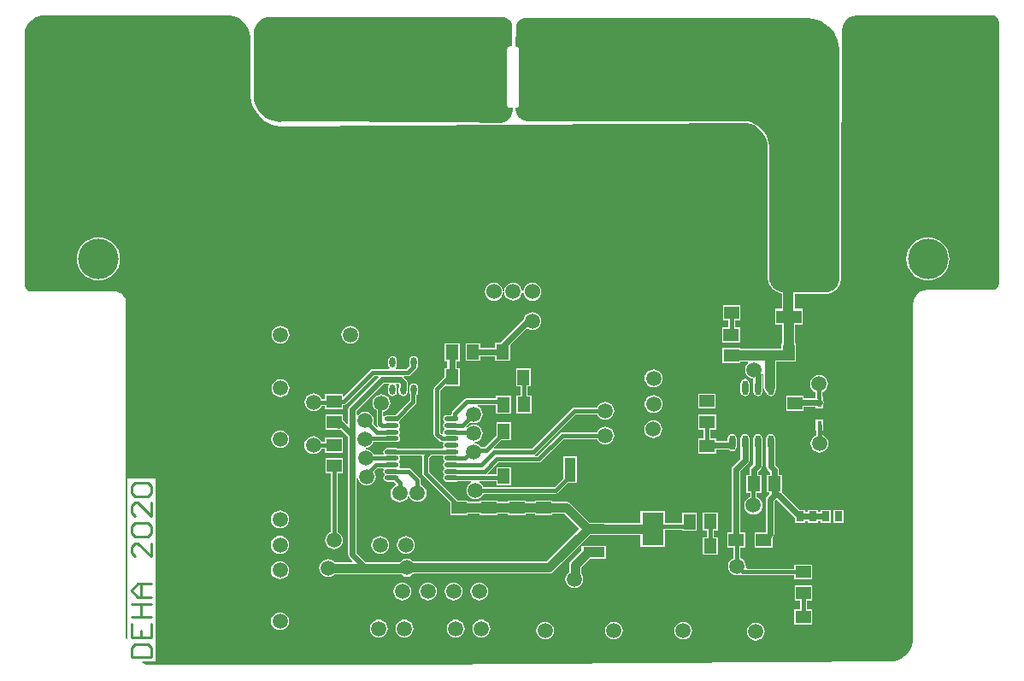
<source format=gtl>
G04*
G04 #@! TF.GenerationSoftware,Altium Limited,Altium Designer,20.0.11 (256)*
G04*
G04 Layer_Physical_Order=1*
G04 Layer_Color=255*
%FSLAX44Y44*%
%MOMM*%
G71*
G01*
G75*
%ADD10O,0.6000X1.0000*%
%ADD11O,0.6000X1.4500*%
%ADD12R,3.2000X2.5100*%
G04:AMPARAMS|DCode=13|XSize=10.524mm|YSize=6.524mm|CornerRadius=3.262mm|HoleSize=0mm|Usage=FLASHONLY|Rotation=0.000|XOffset=0mm|YOffset=0mm|HoleType=Round|Shape=RoundedRectangle|*
%AMROUNDEDRECTD13*
21,1,10.5240,0.0000,0,0,0.0*
21,1,4.0000,6.5240,0,0,0.0*
1,1,6.5240,2.0000,0.0000*
1,1,6.5240,-2.0000,0.0000*
1,1,6.5240,-2.0000,0.0000*
1,1,6.5240,2.0000,0.0000*
%
%ADD13ROUNDEDRECTD13*%
%ADD14O,1.4000X0.4500*%
%ADD15R,1.1400X2.4300*%
%ADD16R,2.1500X1.0000*%
%ADD17R,2.1500X3.2500*%
%ADD18R,0.4500X0.8500*%
%ADD19R,1.2500X1.5000*%
%ADD20R,0.7500X1.0000*%
%ADD21R,0.7500X0.5000*%
%ADD22R,0.5240X0.9050*%
%ADD23R,4.5600X4.5300*%
%ADD24R,1.5000X1.2000*%
%ADD25R,2.5000X1.3000*%
G04:AMPARAMS|DCode=26|XSize=10mm|YSize=6mm|CornerRadius=3mm|HoleSize=0mm|Usage=FLASHONLY|Rotation=0.000|XOffset=0mm|YOffset=0mm|HoleType=Round|Shape=RoundedRectangle|*
%AMROUNDEDRECTD26*
21,1,10.0000,0.0000,0,0,0.0*
21,1,4.0000,6.0000,0,0,0.0*
1,1,6.0000,2.0000,0.0000*
1,1,6.0000,-2.0000,0.0000*
1,1,6.0000,-2.0000,0.0000*
1,1,6.0000,2.0000,0.0000*
%
%ADD26ROUNDEDRECTD26*%
%ADD27R,1.5000X1.2500*%
%ADD28C,0.6000*%
%ADD29C,0.4000*%
%ADD30C,0.9000*%
%ADD31C,1.0000*%
%ADD32C,0.2540*%
%ADD33C,1.5000*%
%ADD34C,1.5240*%
G04:AMPARAMS|DCode=35|XSize=5.97mm|YSize=2.043mm|CornerRadius=1.0215mm|HoleSize=0mm|Usage=FLASHONLY|Rotation=0.000|XOffset=0mm|YOffset=0mm|HoleType=Round|Shape=RoundedRectangle|*
%AMROUNDEDRECTD35*
21,1,5.9700,0.0000,0,0,0.0*
21,1,3.9270,2.0430,0,0,0.0*
1,1,2.0430,1.9635,0.0000*
1,1,2.0430,-1.9635,0.0000*
1,1,2.0430,-1.9635,0.0000*
1,1,2.0430,1.9635,0.0000*
%
%ADD35ROUNDEDRECTD35*%
%ADD36C,4.0000*%
G36*
X751482Y1164750D02*
X751482Y1164750D01*
X980250Y1164750D01*
X981087Y1164750D01*
X982729Y1164423D01*
X984276Y1163783D01*
X985668Y1162852D01*
X986852Y1161668D01*
X987783Y1160276D01*
X988423Y1158729D01*
X988681Y1157431D01*
X988750Y1156251D01*
Y1156250D01*
X988750D01*
X988750Y1156250D01*
Y1150750D01*
X988888Y1136912D01*
X987994Y1136010D01*
X986750D01*
X985759Y1135813D01*
X984919Y1135251D01*
X984357Y1134411D01*
X984160Y1133420D01*
X984160Y1078080D01*
X984357Y1077089D01*
X984919Y1076249D01*
X985759Y1075687D01*
X986750Y1075490D01*
X989501D01*
X989685Y1074275D01*
X989685Y1074275D01*
X989660Y1073553D01*
X989660Y1073552D01*
X989599Y1071797D01*
X989061Y1069378D01*
X988087Y1067098D01*
X986712Y1065035D01*
X984982Y1063260D01*
X982956Y1061832D01*
X980715Y1060807D01*
X980715Y1060806D01*
X980706Y1060802D01*
X980705Y1060802D01*
X980703Y1060801D01*
X980702Y1060801D01*
X979747Y1060562D01*
X979685Y1060559D01*
X979498Y1060512D01*
X979498Y1060512D01*
X979306D01*
X979250Y1060501D01*
X977780Y1060507D01*
X935848Y1060686D01*
X760769Y1061430D01*
X758935Y1061298D01*
X755266Y1061561D01*
X751673Y1062344D01*
X748228Y1063633D01*
X745002Y1065399D01*
X742061Y1067609D01*
X739466Y1070215D01*
X737270Y1073165D01*
X735517Y1076398D01*
X734243Y1079848D01*
X733475Y1083445D01*
X733227Y1087115D01*
X733367Y1088948D01*
X733367Y1088948D01*
X733367Y1149466D01*
Y1151159D01*
X734098Y1154465D01*
X735524Y1157535D01*
X737580Y1160225D01*
X740167Y1162408D01*
X743165Y1163981D01*
X746432Y1164871D01*
X749813Y1165034D01*
X751482Y1164750D01*
D02*
G37*
G36*
X1280875Y1163875D02*
X1280875Y1163875D01*
X1280875Y1163875D01*
X1282985Y1163875D01*
X1287170Y1163324D01*
X1291247Y1162232D01*
X1295146Y1160616D01*
X1298802Y1158506D01*
X1302150Y1155937D01*
X1305135Y1152952D01*
X1307704Y1149604D01*
X1309815Y1145948D01*
X1311430Y1142049D01*
X1312522Y1137972D01*
X1313073Y1133787D01*
X1313073Y1131677D01*
Y1126928D01*
Y1059613D01*
X1313073Y905823D01*
X1313073Y905823D01*
X1313073Y904511D01*
X1312561Y901937D01*
X1312464Y901701D01*
X1311557Y899512D01*
X1311415Y899300D01*
X1311415Y899300D01*
X1310099Y897330D01*
X1308423Y895655D01*
X1308423Y895655D01*
X1308243Y895474D01*
X1306273Y894158D01*
X1306273Y894158D01*
X1306061Y894016D01*
X1305825Y893919D01*
X1305825Y893919D01*
X1303636Y893012D01*
X1301062Y892500D01*
X1299750Y892500D01*
X1270168Y892500D01*
X1258748Y892500D01*
X1258748Y892500D01*
X1257246Y892500D01*
X1255463Y892855D01*
X1255463Y892855D01*
X1254301Y893086D01*
X1251525Y894235D01*
X1249028Y895904D01*
X1247085Y897848D01*
X1247085Y897848D01*
X1246904Y898028D01*
X1245377Y900313D01*
X1245377Y900314D01*
X1245357Y900344D01*
X1245350Y900376D01*
X1245349Y900377D01*
X1245223Y900555D01*
X1245139Y900759D01*
X1245138Y900761D01*
X1245138Y900761D01*
X1245138Y900761D01*
X1244086Y903301D01*
X1243500Y906247D01*
X1243500Y907748D01*
X1243500Y907749D01*
X1243500Y908780D01*
X1243500Y922162D01*
X1243500Y1027049D01*
Y1034230D01*
X1243500Y1035456D01*
X1243500Y1035500D01*
X1243499Y1035541D01*
X1243443Y1037233D01*
X1242991Y1040670D01*
X1242094Y1044018D01*
X1240767Y1047221D01*
X1239034Y1050223D01*
X1236924Y1052973D01*
X1234593Y1055304D01*
X1234593Y1055304D01*
X1234473Y1055424D01*
X1234338Y1055527D01*
X1234338Y1055527D01*
X1231857Y1057430D01*
X1231857Y1057430D01*
X1231723Y1057534D01*
X1228721Y1059267D01*
X1225518Y1060594D01*
X1222170Y1061491D01*
X1218733Y1061943D01*
X1217000Y1062000D01*
X1105535Y1062000D01*
X1005000D01*
X1003742Y1061992D01*
X1001272Y1062472D01*
X998945Y1063428D01*
X996851Y1064823D01*
X995072Y1066602D01*
X993678Y1068695D01*
X992722Y1071022D01*
X992248Y1073463D01*
X992248Y1073463D01*
X992273Y1074185D01*
X992267Y1074220D01*
X992490Y1075490D01*
X993250D01*
X994241Y1075687D01*
X995081Y1076249D01*
X995643Y1077089D01*
X995840Y1078080D01*
Y1133420D01*
X995643Y1134411D01*
X995081Y1135251D01*
X994241Y1135813D01*
X993250Y1136010D01*
X992619Y1136644D01*
X992729Y1154975D01*
X992729Y1154975D01*
X992729Y1154976D01*
X992796Y1156157D01*
X993082Y1157563D01*
X993755Y1159177D01*
X994727Y1160630D01*
X995963Y1161868D01*
X997415Y1162843D01*
X999027Y1163518D01*
X1000741Y1163869D01*
X1001615Y1163875D01*
X1280875Y1163875D01*
D02*
G37*
G36*
X1330763Y1166511D02*
X1466710Y1166487D01*
X1468706Y1164956D01*
X1470314Y1162860D01*
X1471325Y1160419D01*
X1471666Y1157828D01*
X1471660Y1157800D01*
Y1144000D01*
Y911500D01*
Y903849D01*
X1471666Y903821D01*
X1471325Y901230D01*
X1470314Y898789D01*
X1468706Y896693D01*
X1466787Y895221D01*
X1401171Y894893D01*
X1401169Y894892D01*
X1399656Y894810D01*
X1396688Y894206D01*
X1393895Y893037D01*
X1391382Y891347D01*
X1389246Y889200D01*
X1387569Y886679D01*
X1386413Y883880D01*
X1385824Y880909D01*
X1385750Y879395D01*
X1385750Y548576D01*
X1385749Y548575D01*
X1385748Y546420D01*
X1384911Y542192D01*
X1383268Y538206D01*
X1380883Y534616D01*
X1377845Y531558D01*
X1374272Y529147D01*
X1370298Y527477D01*
X1366076Y526611D01*
X1363920Y526596D01*
X890734Y523340D01*
X627543D01*
X626819Y523534D01*
X623180Y525041D01*
X622380Y525503D01*
X622709Y526730D01*
X635520D01*
Y707627D01*
X607906D01*
Y548738D01*
X606636Y548654D01*
X606449Y550082D01*
Y552051D01*
X606449Y627750D01*
X606447Y882301D01*
X606447Y882301D01*
X606447Y882301D01*
X606447Y882307D01*
X606395Y883374D01*
X606370Y883500D01*
X605976Y885479D01*
X605155Y887462D01*
X603963Y889247D01*
X602445Y890765D01*
X600660Y891958D01*
X598677Y892779D01*
X596572Y893198D01*
X595499Y893251D01*
X511342Y893249D01*
X510890Y893436D01*
X508794Y895044D01*
X507186Y897140D01*
X506175Y899581D01*
X505834Y902172D01*
X505840Y902200D01*
Y911000D01*
Y1150405D01*
X506259Y1152514D01*
X507749Y1156110D01*
X509911Y1159346D01*
X512664Y1162099D01*
X515900Y1164261D01*
X519496Y1165751D01*
X523314Y1166510D01*
X525260Y1166510D01*
X706739Y1166510D01*
X706739Y1166510D01*
Y1166510D01*
X709030Y1166510D01*
X713524Y1165617D01*
X717757Y1163863D01*
X721567Y1161318D01*
X724807Y1158078D01*
X727353Y1154268D01*
X729106Y1150035D01*
X730000Y1145541D01*
Y1143250D01*
Y1088300D01*
X730067Y1086240D01*
X730604Y1082155D01*
X731668Y1078175D01*
X733242Y1074367D01*
X735299Y1070797D01*
X737803Y1067525D01*
X740712Y1064608D01*
X743977Y1062094D01*
X747541Y1060027D01*
X751344Y1058443D01*
X755321Y1057367D01*
X759405Y1056818D01*
X761464Y1056745D01*
X1220668Y1060302D01*
X1221901Y1060140D01*
X1225075Y1059289D01*
X1228111Y1058032D01*
X1230957Y1056389D01*
X1231021Y1056340D01*
X1231021Y1056340D01*
X1233501Y1054437D01*
X1233501Y1054437D01*
X1233501Y1054436D01*
X1233564Y1054388D01*
X1233621Y1054332D01*
X1233621Y1054332D01*
X1235888Y1052064D01*
X1237888Y1049457D01*
X1239532Y1046611D01*
X1240789Y1043575D01*
X1241640Y1040401D01*
X1242072Y1037121D01*
X1242125Y1035496D01*
X1242125Y1035496D01*
X1242125Y1035495D01*
X1242125Y1035476D01*
X1242125Y1035454D01*
X1242125Y1034230D01*
X1242125Y1034230D01*
X1242125Y1034230D01*
Y1027049D01*
X1242125Y922162D01*
X1242125Y908780D01*
X1242125Y907749D01*
X1242125Y907748D01*
X1242125Y907748D01*
X1242125Y906247D01*
X1242179Y906117D01*
X1242152Y905978D01*
X1242738Y903033D01*
X1242816Y902915D01*
Y902775D01*
X1243868Y900235D01*
X1243869Y900234D01*
X1243953Y900030D01*
X1244065Y899918D01*
X1244100Y899762D01*
X1244208Y899610D01*
X1244214Y899580D01*
X1244234Y899550D01*
X1244234Y899550D01*
X1244234Y899549D01*
X1245761Y897264D01*
X1245878Y897186D01*
X1245932Y897056D01*
X1246113Y896876D01*
X1246113Y896876D01*
X1248056Y894932D01*
X1248186Y894878D01*
X1248264Y894761D01*
X1250762Y893092D01*
X1250900Y893065D01*
X1251000Y892965D01*
X1253774Y891816D01*
X1253915D01*
X1254032Y891738D01*
X1255194Y891507D01*
X1256170Y890747D01*
Y876020D01*
X1249230D01*
Y860480D01*
X1256607D01*
Y841477D01*
X1255230D01*
Y836361D01*
X1215020D01*
Y837270D01*
X1197480D01*
Y822230D01*
X1215020D01*
Y823575D01*
X1222258D01*
X1222689Y822305D01*
X1222245Y821965D01*
X1220839Y820133D01*
X1219956Y817999D01*
X1219654Y815710D01*
X1219956Y813421D01*
X1220839Y811287D01*
X1222245Y809455D01*
X1224077Y808049D01*
X1226211Y807166D01*
X1227946Y806937D01*
Y793750D01*
X1228278Y792084D01*
X1229221Y790671D01*
X1230634Y789728D01*
X1232300Y789396D01*
X1233966Y789728D01*
X1235378Y790671D01*
X1236322Y792084D01*
X1236654Y793750D01*
Y802250D01*
Y810016D01*
X1236387Y811358D01*
X1236691Y811766D01*
X1237961Y811345D01*
Y798647D01*
X1238447Y796200D01*
X1239833Y794126D01*
X1240685Y793557D01*
X1240978Y792084D01*
X1241921Y790671D01*
X1243334Y789728D01*
X1245000Y789396D01*
X1246666Y789728D01*
X1248079Y790671D01*
X1249022Y792084D01*
X1249354Y793750D01*
Y794845D01*
X1250259Y796200D01*
X1250746Y798647D01*
Y823575D01*
X1261261D01*
X1263082Y823938D01*
X1270270D01*
Y841477D01*
X1269393D01*
Y860480D01*
X1276770D01*
Y876020D01*
X1268955D01*
Y891125D01*
X1299750Y891125D01*
X1301062Y891125D01*
X1301192Y891179D01*
X1301330Y891152D01*
X1303904Y891664D01*
X1304021Y891742D01*
X1304162D01*
X1306351Y892649D01*
X1306351Y892649D01*
X1306587Y892746D01*
X1306686Y892846D01*
X1306825Y892873D01*
X1307037Y893015D01*
X1307037Y893015D01*
X1309007Y894331D01*
X1309085Y894448D01*
X1309215Y894502D01*
X1309395Y894683D01*
X1309395Y894683D01*
X1311071Y896358D01*
X1311125Y896488D01*
X1311242Y896566D01*
X1312558Y898536D01*
X1312558Y898537D01*
X1312700Y898748D01*
X1312727Y898887D01*
X1312827Y898986D01*
X1313734Y901175D01*
X1313734Y901175D01*
X1313831Y901411D01*
Y901552D01*
X1313909Y901669D01*
X1314421Y904243D01*
X1314394Y904381D01*
X1314448Y904511D01*
X1314448Y905823D01*
X1314448Y905823D01*
X1314448Y1059613D01*
Y1061028D01*
X1315500Y1061037D01*
X1315500Y1151251D01*
X1315500Y1151251D01*
X1315500Y1151251D01*
X1315500Y1152754D01*
X1316086Y1155703D01*
X1317237Y1158480D01*
X1318907Y1160980D01*
X1321033Y1163105D01*
X1323533Y1164775D01*
X1326311Y1165926D01*
X1329260Y1166512D01*
X1330763Y1166511D01*
D02*
G37*
%LPC*%
G36*
X1400750Y946873D02*
X1396580Y946462D01*
X1392571Y945246D01*
X1388876Y943271D01*
X1385637Y940613D01*
X1382979Y937374D01*
X1381004Y933679D01*
X1379788Y929670D01*
X1379377Y925500D01*
X1379788Y921330D01*
X1381004Y917321D01*
X1382979Y913626D01*
X1385637Y910387D01*
X1388876Y907729D01*
X1392571Y905754D01*
X1396580Y904538D01*
X1400750Y904127D01*
X1404920Y904538D01*
X1408929Y905754D01*
X1412624Y907729D01*
X1415863Y910387D01*
X1418521Y913626D01*
X1420496Y917321D01*
X1421712Y921330D01*
X1422123Y925500D01*
X1421712Y929670D01*
X1420496Y933679D01*
X1418521Y937374D01*
X1415863Y940613D01*
X1412624Y943271D01*
X1408929Y945246D01*
X1404920Y946462D01*
X1400750Y946873D01*
D02*
G37*
G36*
X579250D02*
X575080Y946462D01*
X571071Y945246D01*
X567376Y943271D01*
X564137Y940613D01*
X561479Y937374D01*
X559504Y933679D01*
X558288Y929670D01*
X557877Y925500D01*
X558288Y921330D01*
X559504Y917321D01*
X561479Y913626D01*
X564137Y910387D01*
X567376Y907729D01*
X571071Y905754D01*
X575080Y904538D01*
X579250Y904127D01*
X583420Y904538D01*
X587429Y905754D01*
X591124Y907729D01*
X594363Y910387D01*
X597021Y913626D01*
X598996Y917321D01*
X600212Y921330D01*
X600623Y925500D01*
X600212Y929670D01*
X598996Y933679D01*
X597021Y937374D01*
X594363Y940613D01*
X591124Y943271D01*
X587429Y945246D01*
X583420Y946462D01*
X579250Y946873D01*
D02*
G37*
G36*
X1009020Y901971D02*
X1006699Y901665D01*
X1004537Y900769D01*
X1002680Y899344D01*
X1001255Y897487D01*
X1000359Y895325D01*
X1000170Y893891D01*
X1000100Y893359D01*
X998819D01*
X998749Y893891D01*
X998564Y895293D01*
X997681Y897427D01*
X996275Y899259D01*
X994443Y900665D01*
X992309Y901548D01*
X990020Y901850D01*
X987731Y901548D01*
X985597Y900665D01*
X983765Y899259D01*
X982359Y897427D01*
X981476Y895293D01*
X981291Y893891D01*
X981221Y893359D01*
X979940D01*
X979870Y893891D01*
X979681Y895325D01*
X978785Y897487D01*
X977360Y899344D01*
X975503Y900769D01*
X973341Y901665D01*
X971020Y901971D01*
X968699Y901665D01*
X966537Y900769D01*
X964680Y899344D01*
X963255Y897487D01*
X962359Y895325D01*
X962053Y893004D01*
X962359Y890683D01*
X963255Y888521D01*
X964680Y886664D01*
X966537Y885239D01*
X968699Y884343D01*
X971020Y884037D01*
X973341Y884343D01*
X975503Y885239D01*
X977360Y886664D01*
X978785Y888521D01*
X979681Y890683D01*
X979870Y892117D01*
X979940Y892650D01*
X981221D01*
X981291Y892117D01*
X981476Y890715D01*
X982359Y888581D01*
X983765Y886749D01*
X985597Y885343D01*
X987731Y884460D01*
X990020Y884158D01*
X992309Y884460D01*
X994443Y885343D01*
X996275Y886749D01*
X997681Y888581D01*
X998564Y890715D01*
X998749Y892117D01*
X998819Y892650D01*
X1000100D01*
X1000170Y892117D01*
X1000359Y890683D01*
X1001255Y888521D01*
X1002680Y886664D01*
X1004537Y885239D01*
X1006699Y884343D01*
X1009020Y884037D01*
X1011341Y884343D01*
X1013503Y885239D01*
X1015360Y886664D01*
X1016785Y888521D01*
X1017681Y890683D01*
X1017987Y893004D01*
X1017681Y895325D01*
X1016785Y897487D01*
X1015360Y899344D01*
X1013503Y900769D01*
X1011341Y901665D01*
X1009020Y901971D01*
D02*
G37*
G36*
X1009000Y872846D02*
X1006711Y872544D01*
X1004577Y871661D01*
X1002745Y870255D01*
X1001339Y868423D01*
X1000456Y866289D01*
X1000429Y866086D01*
X976672Y842328D01*
X976632Y842270D01*
X972230D01*
Y837729D01*
X957770D01*
Y842020D01*
X942730D01*
Y824480D01*
X957770D01*
Y829021D01*
X972230D01*
Y824730D01*
X987270D01*
Y840613D01*
X1003683Y857026D01*
X1004577Y856339D01*
X1006711Y855456D01*
X1009000Y855154D01*
X1011289Y855456D01*
X1013423Y856339D01*
X1015255Y857745D01*
X1016661Y859577D01*
X1017544Y861711D01*
X1017846Y864000D01*
X1017544Y866289D01*
X1016661Y868423D01*
X1015255Y870255D01*
X1013423Y871661D01*
X1011289Y872544D01*
X1009000Y872846D01*
D02*
G37*
G36*
X1215270Y879812D02*
X1197730D01*
Y864772D01*
X1203166D01*
Y857770D01*
X1197230D01*
Y842730D01*
X1214770D01*
Y857770D01*
X1209834D01*
Y864772D01*
X1215270D01*
Y879812D01*
D02*
G37*
G36*
X828750Y859261D02*
X826461Y858959D01*
X824327Y858076D01*
X822495Y856670D01*
X821089Y854838D01*
X820206Y852704D01*
X819904Y850415D01*
X820206Y848126D01*
X821089Y845992D01*
X822495Y844160D01*
X824327Y842755D01*
X826461Y841871D01*
X828750Y841569D01*
X831039Y841871D01*
X833173Y842755D01*
X835005Y844160D01*
X836411Y845992D01*
X837294Y848126D01*
X837596Y850415D01*
X837294Y852704D01*
X836411Y854838D01*
X835005Y856670D01*
X833173Y858076D01*
X831039Y858959D01*
X828750Y859261D01*
D02*
G37*
G36*
X759500D02*
X757211Y858959D01*
X755077Y858076D01*
X753245Y856670D01*
X751840Y854838D01*
X750956Y852704D01*
X750654Y850415D01*
X750956Y848126D01*
X751840Y845992D01*
X753245Y844160D01*
X755077Y842755D01*
X757211Y841871D01*
X759500Y841569D01*
X761789Y841871D01*
X763923Y842755D01*
X765755Y844160D01*
X767161Y845992D01*
X768044Y848126D01*
X768346Y850415D01*
X768044Y852704D01*
X767161Y854838D01*
X765755Y856670D01*
X763923Y858076D01*
X761789Y858959D01*
X759500Y859261D01*
D02*
G37*
G36*
X1129000Y816096D02*
X1126711Y815794D01*
X1124577Y814911D01*
X1122745Y813505D01*
X1121339Y811673D01*
X1120456Y809539D01*
X1120154Y807250D01*
X1120456Y804961D01*
X1121339Y802827D01*
X1122745Y800995D01*
X1124577Y799589D01*
X1126711Y798706D01*
X1129000Y798404D01*
X1131289Y798706D01*
X1133423Y799589D01*
X1135255Y800995D01*
X1136661Y802827D01*
X1137544Y804961D01*
X1137846Y807250D01*
X1137544Y809539D01*
X1136661Y811673D01*
X1135255Y813505D01*
X1133423Y814911D01*
X1131289Y815794D01*
X1129000Y816096D01*
D02*
G37*
G36*
X1219600Y806604D02*
X1217934Y806272D01*
X1216522Y805329D01*
X1215578Y803916D01*
X1215246Y802250D01*
Y793750D01*
X1215578Y792084D01*
X1216522Y790671D01*
X1217934Y789728D01*
X1219600Y789396D01*
X1221266Y789728D01*
X1222679Y790671D01*
X1223622Y792084D01*
X1223954Y793750D01*
Y802250D01*
X1223622Y803916D01*
X1222679Y805329D01*
X1221266Y806272D01*
X1219600Y806604D01*
D02*
G37*
G36*
X759500Y806178D02*
X757211Y805877D01*
X755077Y804993D01*
X753245Y803587D01*
X751840Y801755D01*
X750956Y799622D01*
X750654Y797333D01*
X750956Y795043D01*
X751840Y792910D01*
X753245Y791078D01*
X755077Y789672D01*
X757211Y788788D01*
X759500Y788487D01*
X761789Y788788D01*
X763923Y789672D01*
X765755Y791078D01*
X767161Y792910D01*
X768044Y795043D01*
X768346Y797333D01*
X768044Y799622D01*
X767161Y801755D01*
X765755Y803587D01*
X763923Y804993D01*
X761789Y805877D01*
X759500Y806178D01*
D02*
G37*
G36*
X1293000Y810346D02*
X1290711Y810044D01*
X1288577Y809161D01*
X1286745Y807755D01*
X1285340Y805923D01*
X1284456Y803790D01*
X1284154Y801500D01*
X1284456Y799211D01*
X1285340Y797077D01*
X1286745Y795245D01*
X1288577Y793839D01*
X1289666Y793389D01*
Y788115D01*
X1288466Y787636D01*
X1277813D01*
Y789730D01*
X1260273D01*
Y774690D01*
X1277813D01*
Y778929D01*
X1289740D01*
Y777763D01*
X1296780D01*
Y780865D01*
X1297282Y781616D01*
X1297614Y783282D01*
X1297282Y784949D01*
X1296780Y785700D01*
Y788802D01*
X1296334D01*
Y793389D01*
X1297423Y793839D01*
X1299255Y795245D01*
X1300661Y797077D01*
X1301544Y799211D01*
X1301846Y801500D01*
X1301544Y803790D01*
X1300661Y805923D01*
X1299255Y807755D01*
X1297423Y809161D01*
X1295289Y810044D01*
X1293000Y810346D01*
D02*
G37*
G36*
X1187290Y792139D02*
X1186968Y792075D01*
X1173020D01*
Y777035D01*
X1190560D01*
Y788483D01*
X1190624Y788805D01*
X1190560Y789127D01*
Y792075D01*
X1187612D01*
X1187290Y792139D01*
D02*
G37*
G36*
X1129000Y790596D02*
X1126711Y790294D01*
X1124577Y789411D01*
X1122745Y788005D01*
X1121339Y786173D01*
X1120456Y784039D01*
X1120154Y781750D01*
X1120456Y779461D01*
X1121339Y777327D01*
X1122745Y775495D01*
X1124577Y774089D01*
X1126711Y773206D01*
X1129000Y772904D01*
X1131289Y773206D01*
X1133423Y774089D01*
X1135255Y775495D01*
X1136661Y777327D01*
X1137544Y779461D01*
X1137846Y781750D01*
X1137544Y784039D01*
X1136661Y786173D01*
X1135255Y788005D01*
X1133423Y789411D01*
X1131289Y790294D01*
X1129000Y790596D01*
D02*
G37*
G36*
X1007770Y816770D02*
X992730D01*
Y799230D01*
X997416D01*
Y790020D01*
X993230D01*
Y772480D01*
X1008270D01*
Y790020D01*
X1004084D01*
Y799230D01*
X1007770D01*
Y816770D01*
D02*
G37*
G36*
X1128750Y765596D02*
X1126461Y765294D01*
X1124327Y764411D01*
X1122495Y763005D01*
X1121089Y761173D01*
X1120206Y759040D01*
X1119904Y756750D01*
X1120206Y754461D01*
X1121089Y752327D01*
X1122495Y750495D01*
X1124327Y749090D01*
X1126461Y748206D01*
X1128750Y747904D01*
X1131039Y748206D01*
X1133173Y749090D01*
X1135005Y750495D01*
X1136411Y752327D01*
X1137294Y754461D01*
X1137596Y756750D01*
X1137294Y759040D01*
X1136411Y761173D01*
X1135005Y763005D01*
X1133173Y764411D01*
X1131039Y765294D01*
X1128750Y765596D01*
D02*
G37*
G36*
X937270Y841770D02*
X922230D01*
Y824230D01*
X924896D01*
Y817270D01*
X921730D01*
Y808445D01*
X912142Y798857D01*
X911420Y797776D01*
X911166Y796500D01*
Y752250D01*
X911420Y750974D01*
X912142Y749893D01*
X916892Y745143D01*
X917974Y744420D01*
X919250Y744166D01*
X920355D01*
X921033Y742896D01*
X920684Y742374D01*
X920411Y741000D01*
X920684Y739627D01*
X921033Y739104D01*
X920355Y737834D01*
X875781D01*
X874500Y738089D01*
X865000D01*
X863627Y737816D01*
X862462Y737038D01*
X861684Y735873D01*
X861411Y734500D01*
X861684Y733127D01*
X862033Y732604D01*
X861355Y731334D01*
X851978D01*
X851527Y732423D01*
X850122Y734255D01*
X848289Y735661D01*
X846156Y736544D01*
X844245Y736796D01*
Y738077D01*
X845587Y738254D01*
X847721Y739137D01*
X849553Y740543D01*
X850958Y742375D01*
X851740Y744262D01*
X863511D01*
X863627Y744184D01*
X865000Y743911D01*
X874500D01*
X875873Y744184D01*
X877038Y744962D01*
X877816Y746127D01*
X878089Y747500D01*
X877816Y748874D01*
X877085Y749967D01*
X876922Y750324D01*
Y751385D01*
X877038Y751462D01*
X877816Y752627D01*
X878089Y754000D01*
X877816Y755374D01*
X877085Y756467D01*
X876922Y756824D01*
Y757676D01*
X877085Y758034D01*
X877816Y759127D01*
X878089Y760500D01*
X877816Y761873D01*
X877038Y763038D01*
X876922Y763115D01*
Y764385D01*
X877038Y764462D01*
X877816Y765627D01*
X877871Y765906D01*
X893357Y781393D01*
X894080Y782474D01*
X894334Y783750D01*
Y790508D01*
X894578Y790671D01*
X895522Y792084D01*
X895854Y793750D01*
Y797750D01*
X895522Y799416D01*
X894578Y800828D01*
X893166Y801772D01*
X891500Y802104D01*
X889834Y801772D01*
X888421Y800828D01*
X887478Y799416D01*
X887146Y797750D01*
Y793750D01*
X887478Y792084D01*
X887666Y791802D01*
Y785131D01*
X873124Y770589D01*
X865000D01*
X863627Y770316D01*
X862604Y769633D01*
X861977Y769795D01*
X861334Y770135D01*
Y774146D01*
X861789Y774206D01*
X863923Y775089D01*
X865755Y776495D01*
X867161Y778327D01*
X868044Y780461D01*
X868346Y782750D01*
X868044Y785039D01*
X867161Y787173D01*
X865755Y789005D01*
X863923Y790411D01*
X861789Y791294D01*
X859500Y791596D01*
X857211Y791294D01*
X855077Y790411D01*
X853245Y789005D01*
X851839Y787173D01*
X850956Y785039D01*
X850654Y782750D01*
X850956Y780461D01*
X851839Y778327D01*
X853245Y776495D01*
X854666Y775405D01*
Y762250D01*
X854920Y760974D01*
X855642Y759893D01*
X855999Y759536D01*
X855581Y758158D01*
X855353Y758112D01*
X851343Y762122D01*
X851794Y763211D01*
X852096Y765500D01*
X851794Y767789D01*
X850911Y769923D01*
X849505Y771755D01*
X847673Y773161D01*
X845539Y774044D01*
X843250Y774346D01*
X840961Y774044D01*
X838827Y773161D01*
X836995Y771755D01*
X836374Y770945D01*
X835104Y771376D01*
Y774697D01*
X862303Y801896D01*
X866734D01*
X867058Y801393D01*
X867287Y800626D01*
X866478Y799416D01*
X866146Y797750D01*
Y793750D01*
X866478Y792084D01*
X867421Y790671D01*
X868834Y789728D01*
X870500Y789396D01*
X872166Y789728D01*
X873578Y790671D01*
X874522Y792084D01*
X874854Y793750D01*
Y797750D01*
X874522Y799416D01*
X873714Y800626D01*
X873942Y801393D01*
X874266Y801896D01*
X875697D01*
X876661Y800932D01*
Y797824D01*
X876646Y797750D01*
Y793750D01*
X876978Y792084D01*
X877922Y790671D01*
X879334Y789728D01*
X881000Y789396D01*
X882666Y789728D01*
X884079Y790671D01*
X885022Y792084D01*
X885354Y793750D01*
Y797691D01*
X885368Y797765D01*
Y802735D01*
X885037Y804401D01*
X884093Y805814D01*
X881511Y808396D01*
X882037Y809666D01*
X885750D01*
X887026Y809920D01*
X888108Y810642D01*
X893857Y816393D01*
X894580Y817474D01*
X894637Y817759D01*
X895522Y819084D01*
X895854Y820750D01*
Y824750D01*
X895522Y826416D01*
X894578Y827829D01*
X893166Y828772D01*
X891500Y829104D01*
X889834Y828772D01*
X888421Y827829D01*
X887478Y826416D01*
X887146Y824750D01*
Y820750D01*
X887418Y819383D01*
X884369Y816334D01*
X873863D01*
X873477Y817604D01*
X873578Y817672D01*
X874522Y819084D01*
X874854Y820750D01*
Y824750D01*
X874522Y826416D01*
X873578Y827829D01*
X872166Y828772D01*
X870500Y829104D01*
X868834Y828772D01*
X867421Y827829D01*
X866478Y826416D01*
X866146Y824750D01*
Y820750D01*
X866478Y819084D01*
X867421Y817672D01*
X867522Y817604D01*
X867137Y816334D01*
X851000D01*
X849724Y816080D01*
X848643Y815358D01*
X822443Y789158D01*
X821270Y789644D01*
Y791520D01*
X803730D01*
Y786834D01*
X800362D01*
X799911Y787923D01*
X798505Y789755D01*
X796673Y791161D01*
X794539Y792044D01*
X792250Y792346D01*
X789961Y792044D01*
X787827Y791161D01*
X785995Y789755D01*
X784589Y787923D01*
X783706Y785789D01*
X783404Y783500D01*
X783706Y781211D01*
X784589Y779077D01*
X785995Y777245D01*
X787827Y775839D01*
X789961Y774956D01*
X792250Y774654D01*
X794539Y774956D01*
X796673Y775839D01*
X798505Y777245D01*
X799911Y779077D01*
X800362Y780166D01*
X803730D01*
Y776480D01*
X821270D01*
Y780666D01*
X822000D01*
X823276Y780920D01*
X824358Y781643D01*
X852381Y809666D01*
X855963D01*
X856489Y808396D01*
X827672Y779578D01*
X826728Y778166D01*
X826396Y776500D01*
Y762920D01*
X825223Y762434D01*
X822328Y765329D01*
X821520Y765869D01*
Y771020D01*
X803980D01*
Y755980D01*
X816830D01*
X817250Y755896D01*
X817671Y755980D01*
X819363D01*
X826396Y748947D01*
Y632500D01*
X826728Y630834D01*
X827672Y629422D01*
X830662Y626431D01*
X830176Y625258D01*
X813194D01*
X813005Y625505D01*
X811173Y626911D01*
X809040Y627794D01*
X806750Y628096D01*
X804461Y627794D01*
X802327Y626911D01*
X800495Y625505D01*
X799090Y623673D01*
X798206Y621539D01*
X797904Y619250D01*
X798206Y616961D01*
X799090Y614827D01*
X800495Y612995D01*
X802327Y611590D01*
X804461Y610706D01*
X806750Y610404D01*
X809040Y610706D01*
X811173Y611590D01*
X813005Y612995D01*
X813386Y613492D01*
X878306D01*
X878495Y613245D01*
X880327Y611839D01*
X882461Y610956D01*
X884750Y610654D01*
X887039Y610956D01*
X889173Y611839D01*
X891005Y613245D01*
X891290Y613617D01*
X1025500D01*
X1025500Y613617D01*
X1027751Y614065D01*
X1029660Y615340D01*
X1066050Y651730D01*
X1081770D01*
Y652117D01*
X1116230D01*
Y640480D01*
X1140270D01*
Y657436D01*
X1157040D01*
Y656250D01*
X1172080D01*
Y673790D01*
X1157040D01*
Y664104D01*
X1140270D01*
Y675520D01*
X1116230D01*
Y663883D01*
X1081770D01*
Y664270D01*
X1066050D01*
X1047410Y682910D01*
X1045501Y684185D01*
X1043250Y684633D01*
X1043250Y684633D01*
X1028943D01*
Y686270D01*
X1011403D01*
Y684633D01*
X1002443D01*
Y686270D01*
X984903D01*
Y684633D01*
X974503D01*
Y686270D01*
X956963D01*
Y684633D01*
X945063D01*
Y686270D01*
X934876D01*
X934651Y686608D01*
X906584Y714674D01*
Y728548D01*
X909202Y731166D01*
X920355D01*
X921033Y729896D01*
X920684Y729373D01*
X920411Y728000D01*
X920684Y726627D01*
X921462Y725462D01*
X921578Y725385D01*
Y724115D01*
X921462Y724038D01*
X920684Y722874D01*
X920411Y721500D01*
X920684Y720127D01*
X921415Y719034D01*
X921578Y718676D01*
Y717824D01*
X921415Y717467D01*
X920684Y716374D01*
X920411Y715000D01*
X920684Y713627D01*
X921462Y712462D01*
X921578Y712385D01*
Y711115D01*
X921462Y711038D01*
X920684Y709874D01*
X920411Y708500D01*
X920684Y707127D01*
X921462Y705962D01*
X922627Y705184D01*
X924000Y704911D01*
X933500D01*
X934781Y705166D01*
X947943D01*
X948195Y703896D01*
X948077Y703847D01*
X946245Y702441D01*
X944839Y700609D01*
X943956Y698476D01*
X943654Y696186D01*
X943956Y693897D01*
X944839Y691764D01*
X946245Y689932D01*
X948077Y688526D01*
X950211Y687642D01*
X952500Y687341D01*
X954790Y687642D01*
X956923Y688526D01*
X958755Y689932D01*
X960161Y691764D01*
X960612Y692852D01*
X1032386D01*
X1033662Y693106D01*
X1034744Y693829D01*
X1044245Y703330D01*
X1053470D01*
Y730170D01*
X1039530D01*
Y708045D01*
X1031005Y699520D01*
X960612D01*
X960161Y700609D01*
X958755Y702441D01*
X956923Y703847D01*
X956805Y703896D01*
X957057Y705166D01*
X973230D01*
Y701480D01*
X988270D01*
Y719020D01*
X973230D01*
Y711834D01*
X965095D01*
X964569Y713104D01*
X975131Y723666D01*
X1015500D01*
X1016776Y723920D01*
X1017858Y724642D01*
X1040381Y747166D01*
X1073139D01*
X1073589Y746077D01*
X1074995Y744245D01*
X1076827Y742840D01*
X1078961Y741956D01*
X1081250Y741654D01*
X1083540Y741956D01*
X1085673Y742840D01*
X1087505Y744245D01*
X1088911Y746077D01*
X1089794Y748211D01*
X1090096Y750500D01*
X1089794Y752790D01*
X1088911Y754923D01*
X1087505Y756755D01*
X1085673Y758161D01*
X1083540Y759044D01*
X1081250Y759346D01*
X1078961Y759044D01*
X1076827Y758161D01*
X1074995Y756755D01*
X1073589Y754923D01*
X1073139Y753834D01*
X1039000D01*
X1037724Y753580D01*
X1036643Y752858D01*
X1014119Y730334D01*
X1012061D01*
X1011676Y731604D01*
X1012108Y731892D01*
X1051881Y771666D01*
X1073139D01*
X1073589Y770577D01*
X1074995Y768745D01*
X1076827Y767339D01*
X1078961Y766456D01*
X1081250Y766154D01*
X1083540Y766456D01*
X1085673Y767339D01*
X1087505Y768745D01*
X1088911Y770577D01*
X1089794Y772711D01*
X1090096Y775000D01*
X1089794Y777290D01*
X1088911Y779423D01*
X1087505Y781255D01*
X1085673Y782661D01*
X1083540Y783544D01*
X1081250Y783846D01*
X1078961Y783544D01*
X1076827Y782661D01*
X1074995Y781255D01*
X1073589Y779423D01*
X1073139Y778334D01*
X1050500D01*
X1049224Y778080D01*
X1048142Y777358D01*
X1008369Y737584D01*
X971345D01*
X971158Y737802D01*
X970743Y738778D01*
X977945Y745980D01*
X988270D01*
Y763520D01*
X973230D01*
Y750695D01*
X961724Y739189D01*
X957881D01*
X957255Y740005D01*
X955423Y741411D01*
X953289Y742294D01*
X951844Y742485D01*
Y743765D01*
X953289Y743956D01*
X955423Y744839D01*
X957255Y746245D01*
X958661Y748077D01*
X959544Y750211D01*
X959846Y752500D01*
X959544Y754789D01*
X958661Y756923D01*
X957255Y758755D01*
X955423Y760161D01*
X953289Y761044D01*
X951000Y761346D01*
X948711Y761044D01*
X946577Y760161D01*
X944745Y758755D01*
X944092Y757903D01*
X943715Y757954D01*
X943261Y759296D01*
X947622Y763657D01*
X948711Y763206D01*
X951000Y762904D01*
X953289Y763206D01*
X955423Y764089D01*
X957255Y765495D01*
X958661Y767327D01*
X959544Y769461D01*
X959846Y771750D01*
X959544Y774039D01*
X958661Y776173D01*
X957255Y778005D01*
X955423Y779411D01*
X954855Y779646D01*
X955107Y780916D01*
X972730D01*
Y772230D01*
X987770D01*
Y789770D01*
X972730D01*
Y787584D01*
X944250D01*
X942974Y787330D01*
X941892Y786608D01*
X929893Y774608D01*
X929170Y773526D01*
X928916Y772250D01*
Y770589D01*
X924000D01*
X922627Y770316D01*
X921462Y769538D01*
X920684Y768373D01*
X920411Y767000D01*
X920684Y765627D01*
X921462Y764462D01*
X921578Y764385D01*
Y763115D01*
X921462Y763038D01*
X920684Y761873D01*
X920411Y760500D01*
X920684Y759127D01*
X921415Y758034D01*
X921578Y757676D01*
Y756824D01*
X921415Y756467D01*
X920684Y755374D01*
X920411Y754000D01*
X920684Y752627D01*
X920785Y752477D01*
X919798Y751667D01*
X917834Y753631D01*
Y795119D01*
X922445Y799730D01*
X936770D01*
Y817270D01*
X933604D01*
Y824230D01*
X937270D01*
Y841770D01*
D02*
G37*
G36*
X759250Y755678D02*
X756961Y755377D01*
X754827Y754493D01*
X752995Y753087D01*
X751590Y751255D01*
X750706Y749122D01*
X750404Y746833D01*
X750706Y744543D01*
X751590Y742410D01*
X752995Y740578D01*
X754827Y739172D01*
X756961Y738288D01*
X759250Y737987D01*
X761539Y738288D01*
X763673Y739172D01*
X765505Y740578D01*
X766911Y742410D01*
X767794Y744543D01*
X768096Y746833D01*
X767794Y749122D01*
X766911Y751255D01*
X765505Y753087D01*
X763673Y754493D01*
X761539Y755377D01*
X759250Y755678D01*
D02*
G37*
G36*
X1190810Y771575D02*
X1173270D01*
Y756535D01*
X1178706D01*
Y747542D01*
X1173270D01*
Y732503D01*
X1190810D01*
Y736396D01*
X1203671D01*
X1203821Y736171D01*
X1205234Y735228D01*
X1206900Y734896D01*
X1208566Y735228D01*
X1209978Y736171D01*
X1210922Y737584D01*
X1211254Y739250D01*
Y747750D01*
X1210922Y749416D01*
X1209978Y750828D01*
X1208566Y751772D01*
X1206900Y752104D01*
X1205234Y751772D01*
X1203821Y750828D01*
X1202878Y749416D01*
X1202546Y747750D01*
Y745104D01*
X1190810D01*
Y747542D01*
X1185374D01*
Y756535D01*
X1190810D01*
Y771575D01*
D02*
G37*
G36*
X1296780Y766302D02*
X1289740D01*
Y755263D01*
X1289926D01*
Y750552D01*
X1289022Y750178D01*
X1287190Y748772D01*
X1285784Y746940D01*
X1284901Y744807D01*
X1284599Y742517D01*
X1284901Y740228D01*
X1285784Y738095D01*
X1287190Y736263D01*
X1289022Y734857D01*
X1291156Y733973D01*
X1293445Y733672D01*
X1295735Y733973D01*
X1297868Y734857D01*
X1299700Y736263D01*
X1301106Y738095D01*
X1301989Y740228D01*
X1302291Y742517D01*
X1301989Y744807D01*
X1301106Y746940D01*
X1299700Y748772D01*
X1297868Y750178D01*
X1296594Y750706D01*
Y755263D01*
X1296780D01*
Y766302D01*
D02*
G37*
G36*
X792000Y749846D02*
X789711Y749544D01*
X787577Y748661D01*
X785745Y747255D01*
X784340Y745423D01*
X783456Y743289D01*
X783154Y741000D01*
X783456Y738711D01*
X784340Y736577D01*
X785745Y734745D01*
X787577Y733339D01*
X789711Y732456D01*
X792000Y732154D01*
X794289Y732456D01*
X796423Y733339D01*
X798255Y734745D01*
X799661Y736577D01*
X800112Y737666D01*
X803730D01*
Y733480D01*
X821270D01*
Y748520D01*
X803730D01*
Y744334D01*
X800112D01*
X799661Y745423D01*
X798255Y747255D01*
X796423Y748661D01*
X794289Y749544D01*
X792000Y749846D01*
D02*
G37*
G36*
X1232300Y752104D02*
X1230634Y751772D01*
X1229221Y750828D01*
X1228278Y749416D01*
X1227946Y747750D01*
Y739250D01*
Y722405D01*
X1225172Y719631D01*
X1224228Y718218D01*
X1223896Y716552D01*
Y711270D01*
X1220730D01*
Y693730D01*
X1224666D01*
Y689362D01*
X1223577Y688911D01*
X1221745Y687505D01*
X1220340Y685673D01*
X1219456Y683540D01*
X1219154Y681250D01*
X1219456Y678961D01*
X1220340Y676827D01*
X1221745Y674995D01*
X1223577Y673589D01*
X1225711Y672706D01*
X1228000Y672404D01*
X1230290Y672706D01*
X1232423Y673589D01*
X1234255Y674995D01*
X1235661Y676827D01*
X1236544Y678961D01*
X1236846Y681250D01*
X1236544Y683540D01*
X1235661Y685673D01*
X1234255Y687505D01*
X1232423Y688911D01*
X1231334Y689362D01*
Y693730D01*
X1235770D01*
Y711270D01*
X1232604D01*
Y714749D01*
X1235378Y717524D01*
X1236322Y718936D01*
X1236654Y720602D01*
Y743500D01*
Y747750D01*
X1236322Y749416D01*
X1235378Y750828D01*
X1233966Y751772D01*
X1232300Y752104D01*
D02*
G37*
G36*
X1317270Y676520D02*
X1307230D01*
Y663980D01*
X1317270D01*
Y676520D01*
D02*
G37*
G36*
X1245000Y752104D02*
X1243334Y751772D01*
X1241921Y750828D01*
X1240978Y749416D01*
X1240646Y747750D01*
Y739250D01*
Y719750D01*
X1240646Y719750D01*
X1240978Y718084D01*
X1241921Y716672D01*
X1244396Y714197D01*
Y711520D01*
X1241230D01*
Y693980D01*
X1243277D01*
X1243803Y692710D01*
X1241171Y690079D01*
X1240228Y688666D01*
X1239896Y687000D01*
Y655053D01*
X1239421Y654578D01*
X1239215Y654270D01*
X1229230D01*
Y639730D01*
X1246770D01*
Y649579D01*
X1246778Y649621D01*
X1247328Y650172D01*
X1248272Y651584D01*
X1248604Y653250D01*
Y685197D01*
X1250750Y687343D01*
X1268980Y669113D01*
Y663980D01*
X1279020D01*
Y665896D01*
X1281730D01*
Y663980D01*
X1291770D01*
Y665896D01*
X1294480D01*
Y663980D01*
X1304520D01*
Y676520D01*
X1294480D01*
Y674604D01*
X1291770D01*
Y676520D01*
X1281730D01*
Y674604D01*
X1279020D01*
Y676520D01*
X1273887D01*
X1256270Y694137D01*
Y711520D01*
X1253104D01*
Y716000D01*
X1252772Y717666D01*
X1251829Y719079D01*
X1249354Y721553D01*
Y743500D01*
Y747750D01*
X1249022Y749416D01*
X1248079Y750828D01*
X1246666Y751772D01*
X1245000Y752104D01*
D02*
G37*
G36*
X759000Y676346D02*
X756711Y676044D01*
X754577Y675161D01*
X752745Y673755D01*
X751339Y671923D01*
X750456Y669789D01*
X750154Y667500D01*
X750456Y665211D01*
X751339Y663077D01*
X752745Y661245D01*
X754577Y659839D01*
X756711Y658956D01*
X759000Y658654D01*
X761289Y658956D01*
X763423Y659839D01*
X765255Y661245D01*
X766661Y663077D01*
X767544Y665211D01*
X767846Y667500D01*
X767544Y669789D01*
X766661Y671923D01*
X765255Y673755D01*
X763423Y675161D01*
X761289Y676044D01*
X759000Y676346D01*
D02*
G37*
G36*
X821520Y728020D02*
X803980D01*
Y712980D01*
X809166D01*
Y654862D01*
X808077Y654411D01*
X806245Y653005D01*
X804839Y651173D01*
X803956Y649039D01*
X803654Y646750D01*
X803956Y644461D01*
X804839Y642327D01*
X806245Y640495D01*
X808077Y639090D01*
X810211Y638206D01*
X812500Y637904D01*
X814790Y638206D01*
X816923Y639090D01*
X818755Y640495D01*
X820161Y642327D01*
X821044Y644461D01*
X821346Y646750D01*
X821044Y649039D01*
X820161Y651173D01*
X818755Y653005D01*
X816923Y654411D01*
X815834Y654862D01*
Y712980D01*
X821520D01*
Y728020D01*
D02*
G37*
G36*
X759000Y651096D02*
X756711Y650794D01*
X754577Y649911D01*
X752745Y648505D01*
X751339Y646673D01*
X750456Y644539D01*
X750154Y642250D01*
X750456Y639961D01*
X751339Y637827D01*
X752745Y635995D01*
X754577Y634589D01*
X756711Y633706D01*
X759000Y633404D01*
X761289Y633706D01*
X763423Y634589D01*
X765255Y635995D01*
X766661Y637827D01*
X767544Y639961D01*
X767846Y642250D01*
X767544Y644539D01*
X766661Y646673D01*
X765255Y648505D01*
X763423Y649911D01*
X761289Y650794D01*
X759000Y651096D01*
D02*
G37*
G36*
X1192580Y674040D02*
X1177540D01*
Y656500D01*
X1181726D01*
Y649747D01*
X1177980D01*
Y632207D01*
X1193020D01*
Y649747D01*
X1188394D01*
Y656500D01*
X1192580D01*
Y674040D01*
D02*
G37*
G36*
X759000Y625846D02*
X756711Y625544D01*
X754577Y624660D01*
X752745Y623255D01*
X751339Y621423D01*
X750456Y619289D01*
X750154Y617000D01*
X750456Y614711D01*
X751339Y612577D01*
X752745Y610745D01*
X754577Y609339D01*
X756711Y608456D01*
X759000Y608154D01*
X761289Y608456D01*
X763423Y609339D01*
X765255Y610745D01*
X766661Y612577D01*
X767544Y614711D01*
X767846Y617000D01*
X767544Y619289D01*
X766661Y621423D01*
X765255Y623255D01*
X763423Y624660D01*
X761289Y625544D01*
X759000Y625846D01*
D02*
G37*
G36*
X1219600Y752104D02*
X1217934Y751772D01*
X1216522Y750828D01*
X1215578Y749416D01*
X1215246Y747750D01*
Y739250D01*
Y727653D01*
X1207702Y720109D01*
X1206759Y718697D01*
X1206427Y717031D01*
Y654270D01*
X1202230D01*
Y639730D01*
X1208416D01*
Y629112D01*
X1207327Y628661D01*
X1205495Y627255D01*
X1204089Y625423D01*
X1203206Y623289D01*
X1202904Y621000D01*
X1203206Y618711D01*
X1204089Y616577D01*
X1205495Y614745D01*
X1207327Y613339D01*
X1209461Y612456D01*
X1211750Y612154D01*
X1214039Y612456D01*
X1215128Y612907D01*
X1215143Y612892D01*
X1216224Y612170D01*
X1217500Y611916D01*
X1268480D01*
Y607730D01*
X1286020D01*
Y622770D01*
X1268480D01*
Y618584D01*
X1221559D01*
X1220445Y619854D01*
X1220596Y621000D01*
X1220294Y623289D01*
X1219411Y625423D01*
X1218005Y627255D01*
X1216173Y628661D01*
X1215084Y629112D01*
Y639730D01*
X1219770D01*
Y654270D01*
X1215135D01*
Y715228D01*
X1222679Y722772D01*
X1223622Y724184D01*
X1223954Y725850D01*
Y743500D01*
Y747750D01*
X1223622Y749416D01*
X1222679Y750828D01*
X1221266Y751772D01*
X1219600Y752104D01*
D02*
G37*
G36*
X1081770Y641270D02*
X1057730D01*
Y637050D01*
X1047048Y626368D01*
X1045773Y624459D01*
X1045325Y622208D01*
X1045325Y622208D01*
Y615083D01*
X1044245Y614255D01*
X1042840Y612423D01*
X1041956Y610289D01*
X1041654Y608000D01*
X1041956Y605711D01*
X1042840Y603577D01*
X1044245Y601745D01*
X1046077Y600340D01*
X1048211Y599456D01*
X1050500Y599154D01*
X1052790Y599456D01*
X1054923Y600340D01*
X1056755Y601745D01*
X1058161Y603577D01*
X1059044Y605711D01*
X1059346Y608000D01*
X1059044Y610289D01*
X1058161Y612423D01*
X1057091Y613817D01*
Y619771D01*
X1066050Y628730D01*
X1081770D01*
Y641270D01*
D02*
G37*
G36*
X956450Y604846D02*
X954161Y604544D01*
X952027Y603661D01*
X950195Y602255D01*
X948790Y600423D01*
X947906Y598289D01*
X947604Y596000D01*
X947906Y593711D01*
X948790Y591577D01*
X950195Y589745D01*
X952027Y588339D01*
X954161Y587456D01*
X956450Y587154D01*
X958739Y587456D01*
X960873Y588339D01*
X962705Y589745D01*
X964111Y591577D01*
X964994Y593711D01*
X965296Y596000D01*
X964994Y598289D01*
X964111Y600423D01*
X962705Y602255D01*
X960873Y603661D01*
X958739Y604544D01*
X956450Y604846D01*
D02*
G37*
G36*
X931050D02*
X928761Y604544D01*
X926627Y603661D01*
X924795Y602255D01*
X923390Y600423D01*
X922506Y598289D01*
X922204Y596000D01*
X922506Y593711D01*
X923390Y591577D01*
X924795Y589745D01*
X926627Y588339D01*
X928761Y587456D01*
X931050Y587154D01*
X933339Y587456D01*
X935473Y588339D01*
X937305Y589745D01*
X938711Y591577D01*
X939594Y593711D01*
X939896Y596000D01*
X939594Y598289D01*
X938711Y600423D01*
X937305Y602255D01*
X935473Y603661D01*
X933339Y604544D01*
X931050Y604846D01*
D02*
G37*
G36*
X905650D02*
X903361Y604544D01*
X901227Y603661D01*
X899395Y602255D01*
X897990Y600423D01*
X897106Y598289D01*
X896804Y596000D01*
X897106Y593711D01*
X897990Y591577D01*
X899395Y589745D01*
X901227Y588339D01*
X903361Y587456D01*
X905650Y587154D01*
X907940Y587456D01*
X910073Y588339D01*
X911905Y589745D01*
X913311Y591577D01*
X914194Y593711D01*
X914496Y596000D01*
X914194Y598289D01*
X913311Y600423D01*
X911905Y602255D01*
X910073Y603661D01*
X907940Y604544D01*
X905650Y604846D01*
D02*
G37*
G36*
X880250D02*
X877961Y604544D01*
X875827Y603661D01*
X873995Y602255D01*
X872589Y600423D01*
X871706Y598289D01*
X871404Y596000D01*
X871706Y593711D01*
X872589Y591577D01*
X873995Y589745D01*
X875827Y588339D01*
X877961Y587456D01*
X880250Y587154D01*
X882540Y587456D01*
X884673Y588339D01*
X886505Y589745D01*
X887911Y591577D01*
X888794Y593711D01*
X889096Y596000D01*
X888794Y598289D01*
X887911Y600423D01*
X886505Y602255D01*
X884673Y603661D01*
X882540Y604544D01*
X880250Y604846D01*
D02*
G37*
G36*
X1286270Y602270D02*
X1268730D01*
Y587230D01*
X1274166D01*
Y578520D01*
X1268480D01*
Y563480D01*
X1286020D01*
Y578520D01*
X1280834D01*
Y587230D01*
X1286270D01*
Y602270D01*
D02*
G37*
G36*
X759000Y575346D02*
X756711Y575044D01*
X754577Y574160D01*
X752745Y572755D01*
X751339Y570923D01*
X750456Y568789D01*
X750154Y566500D01*
X750456Y564211D01*
X751339Y562077D01*
X752745Y560245D01*
X754577Y558839D01*
X756711Y557956D01*
X759000Y557654D01*
X761289Y557956D01*
X763423Y558839D01*
X765255Y560245D01*
X766661Y562077D01*
X767544Y564211D01*
X767846Y566500D01*
X767544Y568789D01*
X766661Y570923D01*
X765255Y572755D01*
X763423Y574160D01*
X761289Y575044D01*
X759000Y575346D01*
D02*
G37*
G36*
X958550Y568096D02*
X956261Y567794D01*
X954127Y566911D01*
X952295Y565505D01*
X950890Y563673D01*
X950006Y561539D01*
X949704Y559250D01*
X950006Y556961D01*
X950890Y554827D01*
X952295Y552995D01*
X954127Y551589D01*
X956261Y550706D01*
X958550Y550404D01*
X960839Y550706D01*
X962973Y551589D01*
X964805Y552995D01*
X966211Y554827D01*
X967094Y556961D01*
X967396Y559250D01*
X967094Y561539D01*
X966211Y563673D01*
X964805Y565505D01*
X962973Y566911D01*
X960839Y567794D01*
X958550Y568096D01*
D02*
G37*
G36*
X933150D02*
X930861Y567794D01*
X928727Y566911D01*
X926895Y565505D01*
X925490Y563673D01*
X924606Y561539D01*
X924304Y559250D01*
X924606Y556961D01*
X925490Y554827D01*
X926895Y552995D01*
X928727Y551589D01*
X930861Y550706D01*
X933150Y550404D01*
X935440Y550706D01*
X937573Y551589D01*
X939405Y552995D01*
X940811Y554827D01*
X941694Y556961D01*
X941996Y559250D01*
X941694Y561539D01*
X940811Y563673D01*
X939405Y565505D01*
X937573Y566911D01*
X935440Y567794D01*
X933150Y568096D01*
D02*
G37*
G36*
X882350D02*
X880061Y567794D01*
X877927Y566911D01*
X876095Y565505D01*
X874689Y563673D01*
X873806Y561539D01*
X873504Y559250D01*
X873806Y556961D01*
X874689Y554827D01*
X876095Y552995D01*
X877927Y551589D01*
X880061Y550706D01*
X882350Y550404D01*
X884640Y550706D01*
X886773Y551589D01*
X888605Y552995D01*
X890011Y554827D01*
X890894Y556961D01*
X891196Y559250D01*
X890894Y561539D01*
X890011Y563673D01*
X888605Y565505D01*
X886773Y566911D01*
X884640Y567794D01*
X882350Y568096D01*
D02*
G37*
G36*
X856950D02*
X854661Y567794D01*
X852527Y566911D01*
X850695Y565505D01*
X849289Y563673D01*
X848406Y561539D01*
X848104Y559250D01*
X848406Y556961D01*
X849289Y554827D01*
X850695Y552995D01*
X852527Y551589D01*
X854661Y550706D01*
X856950Y550404D01*
X859240Y550706D01*
X861373Y551589D01*
X863205Y552995D01*
X864611Y554827D01*
X865494Y556961D01*
X865796Y559250D01*
X865494Y561539D01*
X864611Y563673D01*
X863205Y565505D01*
X861373Y566911D01*
X859240Y567794D01*
X856950Y568096D01*
D02*
G37*
G36*
X1158418Y566096D02*
X1156128Y565794D01*
X1153995Y564911D01*
X1152163Y563505D01*
X1150757Y561673D01*
X1149873Y559539D01*
X1149572Y557250D01*
X1149873Y554961D01*
X1150757Y552827D01*
X1152163Y550995D01*
X1153995Y549589D01*
X1156128Y548706D01*
X1158418Y548404D01*
X1160707Y548706D01*
X1162840Y549589D01*
X1164672Y550995D01*
X1166078Y552827D01*
X1166962Y554961D01*
X1167263Y557250D01*
X1166962Y559539D01*
X1166078Y561673D01*
X1164672Y563505D01*
X1162840Y564911D01*
X1160707Y565794D01*
X1158418Y566096D01*
D02*
G37*
G36*
X1089750D02*
X1087461Y565794D01*
X1085327Y564911D01*
X1083495Y563505D01*
X1082089Y561673D01*
X1081206Y559539D01*
X1080904Y557250D01*
X1081206Y554961D01*
X1082089Y552827D01*
X1083495Y550995D01*
X1085327Y549589D01*
X1087461Y548706D01*
X1089750Y548404D01*
X1092039Y548706D01*
X1094173Y549589D01*
X1096005Y550995D01*
X1097411Y552827D01*
X1098294Y554961D01*
X1098596Y557250D01*
X1098294Y559539D01*
X1097411Y561673D01*
X1096005Y563505D01*
X1094173Y564911D01*
X1092039Y565794D01*
X1089750Y566096D01*
D02*
G37*
G36*
X1021667D02*
X1019378Y565794D01*
X1017245Y564911D01*
X1015413Y563505D01*
X1014007Y561673D01*
X1013123Y559539D01*
X1012822Y557250D01*
X1013123Y554961D01*
X1014007Y552827D01*
X1015413Y550995D01*
X1017245Y549589D01*
X1019378Y548706D01*
X1021667Y548404D01*
X1023957Y548706D01*
X1026090Y549589D01*
X1027922Y550995D01*
X1029328Y552827D01*
X1030212Y554961D01*
X1030513Y557250D01*
X1030212Y559539D01*
X1029328Y561673D01*
X1027922Y563505D01*
X1026090Y564911D01*
X1023957Y565794D01*
X1021667Y566096D01*
D02*
G37*
G36*
X1230250Y565096D02*
X1227961Y564794D01*
X1225827Y563911D01*
X1223995Y562505D01*
X1222589Y560673D01*
X1221706Y558539D01*
X1221404Y556250D01*
X1221706Y553961D01*
X1222589Y551827D01*
X1223995Y549995D01*
X1225827Y548589D01*
X1227961Y547706D01*
X1230250Y547404D01*
X1232540Y547706D01*
X1234673Y548589D01*
X1236505Y549995D01*
X1237911Y551827D01*
X1238794Y553961D01*
X1239096Y556250D01*
X1238794Y558539D01*
X1237911Y560673D01*
X1236505Y562505D01*
X1234673Y563911D01*
X1232540Y564794D01*
X1230250Y565096D01*
D02*
G37*
%LPD*%
G36*
X899967Y730184D02*
X899916Y729929D01*
Y713293D01*
X900170Y712017D01*
X900892Y710936D01*
X927523Y684305D01*
Y671230D01*
X945063D01*
Y672867D01*
X956963D01*
Y671230D01*
X974503D01*
Y672867D01*
X984903D01*
Y671230D01*
X1002443D01*
Y672867D01*
X1011403D01*
Y671230D01*
X1028943D01*
Y672867D01*
X1040813D01*
X1055680Y658000D01*
X1023063Y625383D01*
X891290D01*
X891005Y625755D01*
X889173Y627161D01*
X887039Y628044D01*
X884750Y628346D01*
X882461Y628044D01*
X880327Y627161D01*
X878495Y625755D01*
X878114Y625258D01*
X844149D01*
X835104Y634303D01*
Y708001D01*
X836374Y708084D01*
X836456Y707461D01*
X837339Y705327D01*
X838745Y703495D01*
X840577Y702089D01*
X842711Y701206D01*
X845000Y700904D01*
X847290Y701206D01*
X849423Y702089D01*
X851255Y703495D01*
X852661Y705327D01*
X853544Y707461D01*
X853846Y709750D01*
X853544Y712039D01*
X852661Y714173D01*
X852108Y714893D01*
X855285Y718070D01*
X861291D01*
X861970Y716800D01*
X861684Y716374D01*
X861411Y715000D01*
X861684Y713627D01*
X862462Y712462D01*
X862578Y712385D01*
Y711115D01*
X862462Y711038D01*
X861684Y709874D01*
X861411Y708500D01*
X861684Y707127D01*
X862462Y705962D01*
X863627Y705184D01*
X865000Y704911D01*
X871497D01*
X873873Y702535D01*
X873696Y701167D01*
X873077Y700911D01*
X871245Y699505D01*
X869839Y697673D01*
X868956Y695539D01*
X868654Y693250D01*
X868956Y690961D01*
X869839Y688827D01*
X871245Y686995D01*
X873077Y685590D01*
X875211Y684706D01*
X877500Y684404D01*
X879790Y684706D01*
X881923Y685590D01*
X883755Y686995D01*
X885161Y688827D01*
X885740Y690225D01*
X887114D01*
X887589Y689077D01*
X888995Y687245D01*
X890827Y685839D01*
X892961Y684956D01*
X895250Y684654D01*
X897540Y684956D01*
X899673Y685839D01*
X901505Y687245D01*
X902911Y689077D01*
X903794Y691211D01*
X904096Y693500D01*
X903794Y695789D01*
X902911Y697923D01*
X901505Y699755D01*
X899673Y701161D01*
X898584Y701612D01*
Y706250D01*
X898330Y707526D01*
X897608Y708607D01*
X888857Y717358D01*
X887776Y718080D01*
X886500Y718334D01*
X878146D01*
X877467Y719604D01*
X877816Y720127D01*
X878089Y721500D01*
X877816Y722874D01*
X877038Y724038D01*
X876922Y724115D01*
Y725385D01*
X877038Y725462D01*
X877816Y726627D01*
X878089Y728000D01*
X877816Y729373D01*
X877467Y729896D01*
X878146Y731166D01*
X899161D01*
X899967Y730184D01*
D02*
G37*
%LPC*%
G36*
X883650Y650846D02*
X881361Y650545D01*
X879227Y649661D01*
X877395Y648255D01*
X875990Y646423D01*
X875106Y644290D01*
X874804Y642000D01*
X875106Y639711D01*
X875990Y637578D01*
X877395Y635746D01*
X879227Y634340D01*
X881361Y633456D01*
X883650Y633155D01*
X885939Y633456D01*
X888073Y634340D01*
X889905Y635746D01*
X891311Y637578D01*
X892194Y639711D01*
X892496Y642000D01*
X892194Y644290D01*
X891311Y646423D01*
X889905Y648255D01*
X888073Y649661D01*
X885939Y650545D01*
X883650Y650846D01*
D02*
G37*
G36*
X858250D02*
X855961Y650545D01*
X853827Y649661D01*
X851995Y648255D01*
X850590Y646423D01*
X849706Y644290D01*
X849404Y642000D01*
X849706Y639711D01*
X850590Y637578D01*
X851995Y635746D01*
X853827Y634340D01*
X855961Y633456D01*
X858250Y633155D01*
X860539Y633456D01*
X862673Y634340D01*
X864505Y635746D01*
X865911Y637578D01*
X866794Y639711D01*
X867096Y642000D01*
X866794Y644290D01*
X865911Y646423D01*
X864505Y648255D01*
X862673Y649661D01*
X860539Y650545D01*
X858250Y650846D01*
D02*
G37*
%LPD*%
D10*
X870500Y795750D02*
D03*
X881000D02*
D03*
X891500D02*
D03*
X870500Y822750D02*
D03*
X881000D02*
D03*
X891500D02*
D03*
D11*
X1245000Y798000D02*
D03*
X1232300D02*
D03*
X1219600D02*
D03*
X1206900D02*
D03*
X1245000Y743500D02*
D03*
X1232300D02*
D03*
X1219600D02*
D03*
X1206900D02*
D03*
D12*
X1225950Y770750D02*
D03*
D13*
X799750Y1022750D02*
D03*
X799000Y1097500D02*
D03*
X1179750Y1100250D02*
D03*
X1180500Y1025500D02*
D03*
D14*
X869750Y767000D02*
D03*
Y760500D02*
D03*
Y754000D02*
D03*
Y747500D02*
D03*
Y741000D02*
D03*
Y734500D02*
D03*
Y728000D02*
D03*
Y721500D02*
D03*
Y715000D02*
D03*
Y708500D02*
D03*
X928750Y767000D02*
D03*
Y760500D02*
D03*
Y754000D02*
D03*
Y747500D02*
D03*
Y741000D02*
D03*
Y734500D02*
D03*
Y728000D02*
D03*
Y721500D02*
D03*
Y715000D02*
D03*
Y708500D02*
D03*
D15*
X1046500Y716750D02*
D03*
Y802500D02*
D03*
D16*
X1069750Y681000D02*
D03*
Y658000D02*
D03*
Y635000D02*
D03*
D17*
X1128250Y658000D02*
D03*
D18*
X1293260Y783282D02*
D03*
Y760782D02*
D03*
D19*
X1262750Y832708D02*
D03*
X1283250Y832958D02*
D03*
X980750Y754750D02*
D03*
X1001250Y755000D02*
D03*
X979750Y833500D02*
D03*
X1000250Y833750D02*
D03*
X1248750Y702750D02*
D03*
X1228250Y702500D02*
D03*
X979750Y807750D02*
D03*
X1000250Y808000D02*
D03*
X1185500Y640977D02*
D03*
X1165000Y640727D02*
D03*
X1001250Y710500D02*
D03*
X980750Y710250D02*
D03*
X980250Y781000D02*
D03*
X1000750Y781250D02*
D03*
X949750Y808750D02*
D03*
X929250Y808500D02*
D03*
X929750Y833000D02*
D03*
X950250Y833250D02*
D03*
X1164560Y665020D02*
D03*
X1185060Y665270D02*
D03*
D20*
X1286750Y670250D02*
D03*
X1274000Y670250D02*
D03*
X1299500Y670250D02*
D03*
X1312250Y670250D02*
D03*
D21*
X1274250Y732500D02*
D03*
X1312250D02*
D03*
D22*
X1318500Y693750D02*
D03*
X1268000Y693500D02*
D03*
D23*
X1293250Y707500D02*
D03*
D24*
X1238000Y647000D02*
D03*
X1211000D02*
D03*
D25*
X1263000Y868250D02*
D03*
X1298000D02*
D03*
D26*
X1046020Y1106504D02*
D03*
X934020Y1106254D02*
D03*
D27*
X936543Y658250D02*
D03*
X936293Y678750D02*
D03*
X965733D02*
D03*
X965983Y658250D02*
D03*
X993673Y678750D02*
D03*
X993923Y658250D02*
D03*
X1020173Y678750D02*
D03*
X1020423Y658250D02*
D03*
X1269293Y761710D02*
D03*
X1269043Y782210D02*
D03*
X1206500Y872292D02*
D03*
X1206250Y892793D02*
D03*
X1277250Y571000D02*
D03*
X1277500Y550500D02*
D03*
X812500Y784000D02*
D03*
X812750Y763500D02*
D03*
X812500Y741000D02*
D03*
X812750Y720500D02*
D03*
X1206000Y850250D02*
D03*
X1206250Y829750D02*
D03*
X1182040Y764055D02*
D03*
X1181790Y784555D02*
D03*
X1182040Y740023D02*
D03*
X1182290Y719522D02*
D03*
X1277250Y615250D02*
D03*
X1277500Y594750D02*
D03*
D28*
X881000Y795750D02*
Y797750D01*
X881015Y797765D01*
Y802735D01*
X877500Y806250D02*
X881015Y802735D01*
X860500Y806250D02*
X877500D01*
X1228500Y813816D02*
X1232300Y810016D01*
Y798000D02*
Y810016D01*
X1228500Y813816D02*
Y815710D01*
X1182767Y740750D02*
X1205976D01*
X1245000Y719750D02*
Y743500D01*
X1232300Y720602D02*
Y743500D01*
X1228250Y716552D02*
X1232300Y720602D01*
X1219600Y725850D02*
Y743500D01*
X1210781Y717031D02*
X1219600Y725850D01*
X814000Y763500D02*
X817250Y760250D01*
X819250Y762250D02*
X830750Y750750D01*
X1238000Y647000D02*
X1239500D01*
X1242500Y650000D01*
Y651500D01*
X1244250Y653250D01*
X1210781Y647219D02*
X1211000Y647000D01*
X1210781Y647219D02*
Y717031D01*
X1270115Y783283D02*
X1293260D01*
X1269043Y782210D02*
X1270115Y783283D01*
X1293260D02*
X1293260Y783282D01*
X927246Y1106254D02*
X934020D01*
X830750Y776500D02*
X860500Y806250D01*
X1004500Y864000D02*
X1009000D01*
X979750Y839250D02*
X1004500Y864000D01*
X979750Y833500D02*
Y839250D01*
X929250Y808500D02*
Y832500D01*
X929750Y833000D01*
X979625Y833375D02*
X979750Y833500D01*
X950375Y833375D02*
X979625D01*
X950250Y833250D02*
X950375Y833375D01*
X1244250Y653250D02*
Y687000D01*
X1248750Y691500D01*
X1250750Y693500D02*
X1274000Y670250D01*
X1248750Y691500D02*
X1250750Y693500D01*
X1248750Y691500D02*
Y702750D01*
X830750Y750750D02*
Y776500D01*
X812750Y763500D02*
X813375D01*
X830750Y632500D02*
X843875Y619375D01*
X830750Y632500D02*
Y750750D01*
X1299500Y670250D02*
X1299500Y670250D01*
X1286750Y670250D02*
X1299500D01*
X1286750Y670250D02*
X1286750Y670250D01*
X1274000Y670250D02*
X1286750D01*
X1274000Y670250D02*
X1274000Y670250D01*
X1248750Y702750D02*
Y716000D01*
X1245000Y719750D02*
X1248750Y716000D01*
X1228250Y702500D02*
Y716552D01*
D29*
X944250Y784250D02*
X977000D01*
X932250Y772250D02*
X944250Y784250D01*
X977000D02*
X980250Y781000D01*
X932250Y767231D02*
Y772250D01*
X939750Y760500D02*
X951000Y771750D01*
X928750Y767000D02*
X932019D01*
X932250Y767231D01*
X928750Y760500D02*
X939750D01*
X928750Y754000D02*
X928846Y753904D01*
X949596D01*
X951000Y752500D01*
X978750Y751500D02*
Y754750D01*
X963105Y735855D02*
X978750Y751500D01*
X953105Y735855D02*
X963105D01*
X951000Y733750D02*
X953105Y735855D01*
X928750Y728000D02*
X942273D01*
X948023Y733750D01*
X951000D01*
X971250Y734250D02*
X1009750D01*
X958500Y721500D02*
X971250Y734250D01*
X973750Y727000D02*
X1015500D01*
X961750Y715000D02*
X973750Y727000D01*
X928750Y715000D02*
X961750D01*
X928750Y721500D02*
X958500D01*
X1293260Y742703D02*
X1293445Y742517D01*
X1293260Y742703D02*
Y760782D01*
X1182040Y740023D02*
X1182767Y740750D01*
X1205976D02*
X1206900Y741674D01*
Y743500D01*
X1245000Y719750D02*
X1245000Y719750D01*
X1211000Y647000D02*
X1211750Y646250D01*
Y621000D02*
Y646250D01*
X1185060Y641417D02*
Y665270D01*
Y641417D02*
X1185500Y640977D01*
X1206500Y850750D02*
Y872292D01*
X1206000Y850250D02*
X1206500Y850750D01*
X1185060Y665270D02*
X1185250Y665080D01*
X1182040Y740023D02*
X1182040Y740023D01*
X932293Y683000D02*
X936543Y678750D01*
X812500Y646750D02*
Y720750D01*
X891250Y793000D02*
Y795750D01*
X891000Y783750D02*
Y795750D01*
X1160310Y660770D02*
X1164560Y665020D01*
X1131020Y660770D02*
X1160310D01*
X1128250Y658000D02*
X1131020Y660770D01*
X1182040Y740023D02*
Y764055D01*
X1183040Y784555D02*
X1187290Y788805D01*
X1181790Y784555D02*
X1183040D01*
X874250Y767000D02*
X891000Y783750D01*
X869750Y767000D02*
X874250D01*
X891500Y818750D02*
Y822750D01*
X885750Y813000D02*
X891500Y818750D01*
X851000Y813000D02*
X885750D01*
X854750Y754000D02*
X869750D01*
X843250Y765500D02*
X854750Y754000D01*
X843867Y728000D02*
X869750D01*
X853904Y721404D02*
X869654D01*
X845000Y712500D02*
X853904Y721404D01*
X869750Y715000D02*
X886500D01*
X895250Y706250D01*
X926500Y808500D02*
X929250D01*
X914500Y796500D02*
X926500Y808500D01*
X914500Y752250D02*
Y796500D01*
Y752250D02*
X919250Y747500D01*
X928750D01*
X1000250Y808000D02*
X1000750Y807500D01*
Y781250D02*
Y807500D01*
X1217500Y615250D02*
X1277250D01*
X1211750Y621000D02*
X1217500Y615250D01*
X1277250Y571000D02*
X1277500Y571250D01*
Y594750D01*
X858000Y781250D02*
X859500Y782750D01*
X858000Y762250D02*
Y781250D01*
Y762250D02*
X859750Y760500D01*
X869750D01*
X891250Y795750D02*
Y796750D01*
X891000Y795750D02*
X891250D01*
X822000Y784000D02*
X851000Y813000D01*
X812500Y784000D02*
X822000D01*
X812000Y783500D02*
X812500Y784000D01*
X792250Y783500D02*
X812000D01*
X792000Y741000D02*
X812500D01*
X813375Y763500D02*
X814000D01*
X844096Y747596D02*
X869654D01*
X843298Y746798D02*
X844096Y747596D01*
X869654D02*
X869750Y747500D01*
X1032386Y696186D02*
X1046500Y710300D01*
X952500Y696186D02*
X1032386D01*
X1046500Y710300D02*
Y716750D01*
X1050500Y775000D02*
X1081250D01*
X1009750Y734250D02*
X1050500Y775000D01*
X1015500Y727000D02*
X1039000Y750500D01*
X1080750D01*
X1293000Y788115D02*
Y801500D01*
X1228000Y702250D02*
X1228250Y702500D01*
X1228000Y681250D02*
Y702250D01*
X1277500Y594750D02*
X1278500Y595750D01*
X845000Y709750D02*
Y712500D01*
X869654Y721404D02*
X869750Y721500D01*
X872623Y708500D02*
X877500Y703623D01*
Y693250D02*
Y703623D01*
X869750Y708500D02*
X872623D01*
X895250Y693500D02*
Y706250D01*
X928750Y708500D02*
X978750D01*
X903250Y729929D02*
X907821Y734500D01*
X903250Y713293D02*
Y729929D01*
Y713293D02*
X932293Y684250D01*
X907821Y734500D02*
X928750D01*
X869750D02*
X907821D01*
X932293Y683000D02*
Y684250D01*
X936543Y678750D02*
X937793D01*
D30*
X843875Y619375D02*
X884625D01*
X884750Y619500D01*
X1050500Y608000D02*
X1051208Y608708D01*
Y622208D01*
X1181870Y1093630D02*
X1219620D01*
X1179750Y1095750D02*
X1181870Y1093630D01*
X1069750Y658000D02*
X1128250D01*
X806875Y619375D02*
X843875D01*
X1051208Y622208D02*
X1064000Y635000D01*
X1069750D01*
X806750Y619250D02*
X806875Y619375D01*
X1025500Y619500D02*
X1064000Y658000D01*
X884750Y619500D02*
X1025500D01*
X1064000Y658000D02*
X1069750D01*
X937793Y678750D02*
X965733D01*
X993673D01*
X1020173D01*
X1043250D01*
X1064000Y658000D01*
D31*
X1244353Y829968D02*
X1261261D01*
X1262750Y831457D01*
X1244353Y798647D02*
Y829968D01*
X1208750D02*
X1244353D01*
X1208532Y829750D02*
X1208750Y829968D01*
X1206250Y829750D02*
X1208532D01*
X1262750Y831457D02*
Y832708D01*
X1262562Y868688D02*
Y896562D01*
X1263000Y832957D02*
Y868250D01*
X1262562Y868688D02*
X1263000Y868250D01*
X1262562Y896562D02*
X1279750Y913750D01*
X1262750Y832708D02*
X1263000Y832957D01*
X1279750Y913750D02*
X1280250D01*
D32*
X611716Y530540D02*
X631710D01*
Y540537D01*
X628378Y543869D01*
X615049D01*
X611716Y540537D01*
Y530540D01*
Y563863D02*
Y550534D01*
X631710D01*
Y563863D01*
X621713Y550534D02*
Y557198D01*
X611716Y570527D02*
X631710D01*
X621713D01*
Y583856D01*
X611716D01*
X631710D01*
Y590521D02*
X618381D01*
X611716Y597185D01*
X618381Y603850D01*
X631710D01*
X621713D01*
Y590521D01*
X631710Y643837D02*
Y630508D01*
X618381Y643837D01*
X615049D01*
X611716Y640505D01*
Y633840D01*
X615049Y630508D01*
Y650501D02*
X611716Y653834D01*
Y660498D01*
X615049Y663830D01*
X628378D01*
X631710Y660498D01*
Y653834D01*
X628378Y650501D01*
X615049D01*
X631710Y683824D02*
Y670495D01*
X618381Y683824D01*
X615049D01*
X611716Y680492D01*
Y673827D01*
X615049Y670495D01*
Y690489D02*
X611716Y693821D01*
Y700485D01*
X615049Y703818D01*
X628378D01*
X631710Y700485D01*
Y693821D01*
X628378Y690489D01*
X615049D01*
D33*
X1021667Y557250D02*
D03*
Y582250D02*
D03*
X1158418D02*
D03*
Y557250D02*
D03*
X1089750D02*
D03*
Y582250D02*
D03*
X759000Y566500D02*
D03*
Y591750D02*
D03*
Y617000D02*
D03*
Y642250D02*
D03*
Y667500D02*
D03*
X1128750Y756750D02*
D03*
X1129000Y731250D02*
D03*
Y781750D02*
D03*
Y807250D02*
D03*
X759500Y797333D02*
D03*
Y771833D02*
D03*
Y721332D02*
D03*
X759250Y746833D02*
D03*
X1230250Y581750D02*
D03*
Y556250D02*
D03*
X828750Y850415D02*
D03*
Y875915D02*
D03*
X759500D02*
D03*
Y850415D02*
D03*
X931050Y596000D02*
D03*
X905650D02*
D03*
X880250D02*
D03*
X854850D02*
D03*
X956450D02*
D03*
X882350Y559250D02*
D03*
X907750D02*
D03*
X933150D02*
D03*
X958550D02*
D03*
X856950D02*
D03*
X883650Y642000D02*
D03*
X909050D02*
D03*
X858250D02*
D03*
X990020Y893004D02*
D03*
X951000Y771750D02*
D03*
Y752500D02*
D03*
Y733750D02*
D03*
X1050500Y608000D02*
D03*
X1228500Y815710D02*
D03*
X1447750Y964750D02*
D03*
X1412750D02*
D03*
X1377750D02*
D03*
X1342750D02*
D03*
X1221250D02*
D03*
X1186250D02*
D03*
X1151250D02*
D03*
X1116250D02*
D03*
X844000D02*
D03*
X809000D02*
D03*
X774000D02*
D03*
X739000D02*
D03*
X704000D02*
D03*
X669000D02*
D03*
X634000D02*
D03*
X599000D02*
D03*
X564000D02*
D03*
X529000D02*
D03*
X1242250Y1080500D02*
D03*
X1266250Y1118250D02*
D03*
X1292250Y1080500D02*
D03*
X1216000Y1141750D02*
D03*
X1155250Y1151750D02*
D03*
X1105000Y1151500D02*
D03*
X1035000D02*
D03*
X863000Y1080000D02*
D03*
Y1122250D02*
D03*
X903000Y1146000D02*
D03*
X799500D02*
D03*
X747500Y1155000D02*
D03*
X957500D02*
D03*
X852500D02*
D03*
X1346649Y875000D02*
D03*
X659500Y613750D02*
D03*
Y737000D02*
D03*
Y875000D02*
D03*
X1050250D02*
D03*
X1348149Y613750D02*
D03*
X1346649Y737000D02*
D03*
X1160250Y700250D02*
D03*
X1161250Y758750D02*
D03*
X1161500Y800750D02*
D03*
X845250Y675750D02*
D03*
X899000Y875000D02*
D03*
X1009000Y864000D02*
D03*
X1211750Y621000D02*
D03*
X859500Y782750D02*
D03*
X792250Y783500D02*
D03*
X792000Y741000D02*
D03*
X812500Y646750D02*
D03*
X843250Y765500D02*
D03*
X843298Y746798D02*
D03*
X952500Y696186D02*
D03*
X1293000Y801500D02*
D03*
X1293445Y742517D02*
D03*
X1228000Y681250D02*
D03*
X806750Y619250D02*
D03*
X884750Y619500D02*
D03*
X845000Y709750D02*
D03*
X843867Y728000D02*
D03*
X877500Y693250D02*
D03*
X895250Y693500D02*
D03*
X1081250Y750500D02*
D03*
Y775000D02*
D03*
D34*
X799750Y1022750D02*
D03*
X799000Y1097500D02*
D03*
X1009020Y893004D02*
D03*
X971020D02*
D03*
X1179750Y1100250D02*
D03*
X1180500Y1025500D02*
D03*
D35*
X1046020Y1107204D02*
D03*
X934020Y1106504D02*
D03*
D36*
X1400750Y925500D02*
D03*
X579250D02*
D03*
M02*

</source>
